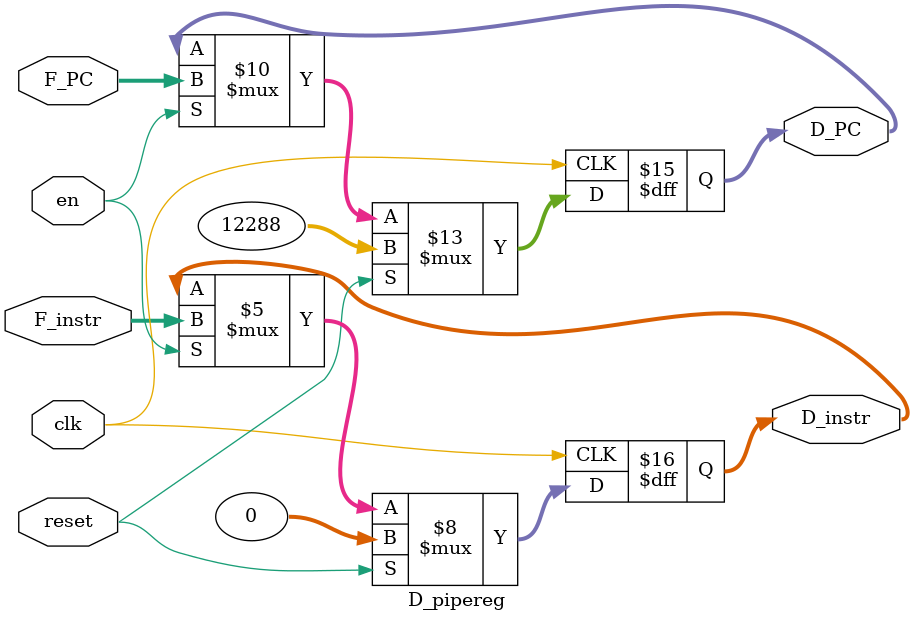
<source format=v>
`timescale 1ns / 1ps
`define PC_DEFAULT	32'h0000_3000
module D_pipereg(
    input clk,
    input reset,
    input en,		// ×èÈûÓÃµÄ
	 
	 // ´ÓFetch´«À´µÄ
    input [31:0] F_PC,
    input [31:0] F_instr,
	 
	 // Òª´«¸øDecodeµÄ
    output reg [31:0] D_PC,
    output reg [31:0] D_instr
    );
	 
	 initial begin
		D_instr = 0;
		D_PC = `PC_DEFAULT;
	 end
	 
	 always @(posedge clk) begin
		if (reset == 1) begin
			D_PC <= `PC_DEFAULT;
			D_instr <= 0;
		end
		else if (en == 1) begin
			D_PC <= F_PC;
			D_instr <= F_instr;
		end
	end
	
endmodule

</source>
